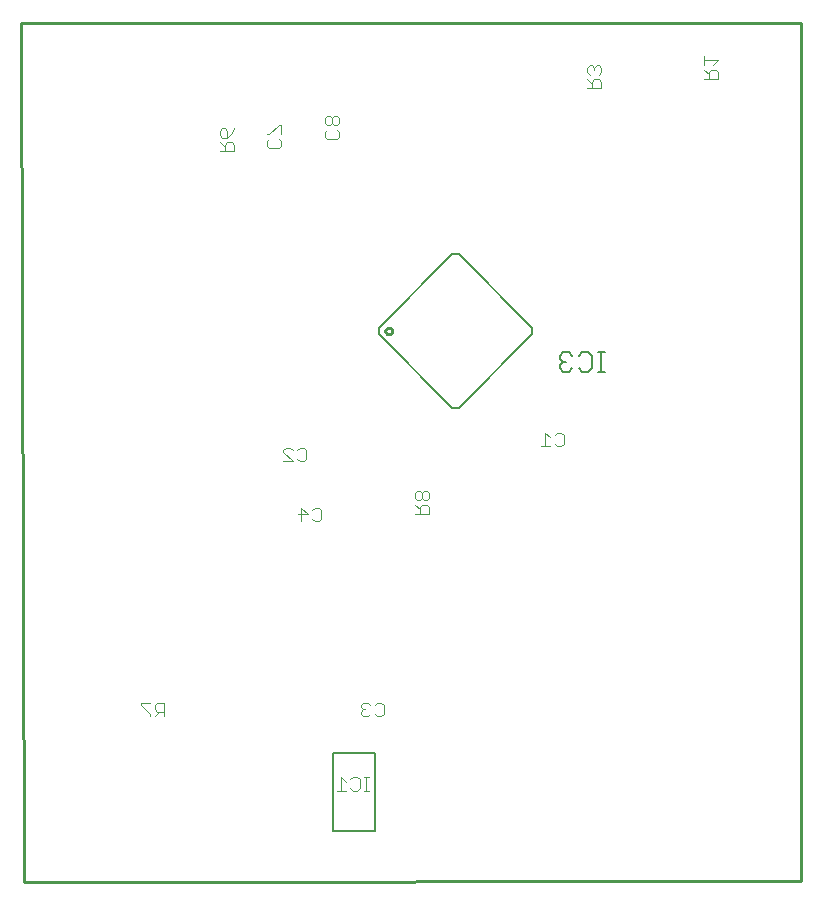
<source format=gbo>
G75*
%MOIN*%
%OFA0B0*%
%FSLAX25Y25*%
%IPPOS*%
%LPD*%
%AMOC8*
5,1,8,0,0,1.08239X$1,22.5*
%
%ADD10C,0.00000*%
%ADD11C,0.01000*%
%ADD12C,0.00800*%
%ADD13C,0.00600*%
%ADD14C,0.00400*%
D10*
X0247600Y0001984D02*
X0261600Y0002284D01*
D11*
X0002600Y0001984D02*
X0001500Y0288384D01*
X0261500Y0288384D01*
X0261600Y0002284D01*
X0002600Y0001984D01*
X0122951Y0185620D02*
X0122953Y0185687D01*
X0122959Y0185753D01*
X0122969Y0185819D01*
X0122983Y0185884D01*
X0123000Y0185948D01*
X0123022Y0186011D01*
X0123047Y0186073D01*
X0123076Y0186133D01*
X0123109Y0186191D01*
X0123144Y0186247D01*
X0123184Y0186301D01*
X0123226Y0186352D01*
X0123271Y0186401D01*
X0123319Y0186447D01*
X0123370Y0186490D01*
X0123423Y0186530D01*
X0123479Y0186567D01*
X0123537Y0186600D01*
X0123596Y0186630D01*
X0123657Y0186656D01*
X0123720Y0186679D01*
X0123784Y0186697D01*
X0123849Y0186712D01*
X0123915Y0186723D01*
X0123981Y0186730D01*
X0124047Y0186733D01*
X0124114Y0186732D01*
X0124180Y0186727D01*
X0124246Y0186718D01*
X0124312Y0186705D01*
X0124376Y0186688D01*
X0124439Y0186668D01*
X0124501Y0186643D01*
X0124562Y0186615D01*
X0124621Y0186584D01*
X0124677Y0186549D01*
X0124732Y0186511D01*
X0124784Y0186469D01*
X0124833Y0186424D01*
X0124880Y0186377D01*
X0124924Y0186327D01*
X0124964Y0186274D01*
X0125002Y0186219D01*
X0125036Y0186162D01*
X0125067Y0186103D01*
X0125094Y0186042D01*
X0125117Y0185980D01*
X0125137Y0185916D01*
X0125153Y0185851D01*
X0125165Y0185786D01*
X0125173Y0185720D01*
X0125177Y0185653D01*
X0125177Y0185587D01*
X0125173Y0185520D01*
X0125165Y0185454D01*
X0125153Y0185389D01*
X0125137Y0185324D01*
X0125117Y0185260D01*
X0125094Y0185198D01*
X0125067Y0185137D01*
X0125036Y0185078D01*
X0125002Y0185021D01*
X0124964Y0184966D01*
X0124924Y0184913D01*
X0124880Y0184863D01*
X0124833Y0184816D01*
X0124784Y0184771D01*
X0124732Y0184729D01*
X0124677Y0184691D01*
X0124620Y0184656D01*
X0124562Y0184625D01*
X0124501Y0184597D01*
X0124439Y0184572D01*
X0124376Y0184552D01*
X0124312Y0184535D01*
X0124246Y0184522D01*
X0124180Y0184513D01*
X0124114Y0184508D01*
X0124047Y0184507D01*
X0123981Y0184510D01*
X0123915Y0184517D01*
X0123849Y0184528D01*
X0123784Y0184543D01*
X0123720Y0184561D01*
X0123657Y0184584D01*
X0123596Y0184610D01*
X0123537Y0184640D01*
X0123479Y0184673D01*
X0123423Y0184710D01*
X0123370Y0184750D01*
X0123319Y0184793D01*
X0123271Y0184839D01*
X0123226Y0184888D01*
X0123184Y0184939D01*
X0123144Y0184993D01*
X0123109Y0185049D01*
X0123076Y0185107D01*
X0123047Y0185167D01*
X0123022Y0185229D01*
X0123000Y0185292D01*
X0122983Y0185356D01*
X0122969Y0185421D01*
X0122959Y0185487D01*
X0122953Y0185553D01*
X0122951Y0185620D01*
D12*
X0120724Y0186733D02*
X0120724Y0184506D01*
X0145222Y0160008D01*
X0147449Y0160008D01*
X0171947Y0184506D01*
X0171947Y0186733D01*
X0147449Y0211232D01*
X0145222Y0211232D01*
X0120724Y0186733D01*
X0119600Y0044886D02*
X0105600Y0044886D01*
X0105600Y0019083D01*
X0119600Y0019083D01*
X0119600Y0044886D01*
D13*
X0182038Y0172081D02*
X0184173Y0172081D01*
X0185241Y0173149D01*
X0187416Y0173149D02*
X0188484Y0172081D01*
X0190619Y0172081D01*
X0191687Y0173149D01*
X0191687Y0177419D01*
X0190619Y0178486D01*
X0188484Y0178486D01*
X0187416Y0177419D01*
X0185241Y0177419D02*
X0184173Y0178486D01*
X0182038Y0178486D01*
X0180971Y0177419D01*
X0180971Y0176351D01*
X0182038Y0175284D01*
X0180971Y0174216D01*
X0180971Y0173149D01*
X0182038Y0172081D01*
X0182038Y0175284D02*
X0183106Y0175284D01*
X0193848Y0178486D02*
X0195984Y0178486D01*
X0194916Y0178486D02*
X0194916Y0172081D01*
X0195984Y0172081D02*
X0193848Y0172081D01*
D14*
X0181633Y0151788D02*
X0182400Y0151021D01*
X0182400Y0147952D01*
X0181633Y0147184D01*
X0180098Y0147184D01*
X0179331Y0147952D01*
X0177796Y0147184D02*
X0174727Y0147184D01*
X0176261Y0147184D02*
X0176261Y0151788D01*
X0177796Y0150254D01*
X0179331Y0151021D02*
X0180098Y0151788D01*
X0181633Y0151788D01*
X0137404Y0131590D02*
X0137404Y0130055D01*
X0136637Y0129288D01*
X0135869Y0129288D01*
X0135102Y0130055D01*
X0135102Y0131590D01*
X0134335Y0132357D01*
X0133567Y0132357D01*
X0132800Y0131590D01*
X0132800Y0130055D01*
X0133567Y0129288D01*
X0134335Y0129288D01*
X0135102Y0130055D01*
X0135102Y0131590D02*
X0135869Y0132357D01*
X0136637Y0132357D01*
X0137404Y0131590D01*
X0136637Y0127754D02*
X0135102Y0127754D01*
X0134335Y0126986D01*
X0134335Y0124684D01*
X0134335Y0126219D02*
X0132800Y0127754D01*
X0132800Y0124684D02*
X0137404Y0124684D01*
X0137404Y0126986D01*
X0136637Y0127754D01*
X0101608Y0126021D02*
X0101608Y0122952D01*
X0100841Y0122184D01*
X0099306Y0122184D01*
X0098539Y0122952D01*
X0097004Y0124486D02*
X0093935Y0124486D01*
X0094702Y0122184D02*
X0094702Y0126788D01*
X0097004Y0124486D01*
X0098539Y0126021D02*
X0099306Y0126788D01*
X0100841Y0126788D01*
X0101608Y0126021D01*
X0095841Y0142184D02*
X0094306Y0142184D01*
X0093539Y0142952D01*
X0092004Y0142184D02*
X0088935Y0145254D01*
X0088935Y0146021D01*
X0089702Y0146788D01*
X0091237Y0146788D01*
X0092004Y0146021D01*
X0093539Y0146021D02*
X0094306Y0146788D01*
X0095841Y0146788D01*
X0096608Y0146021D01*
X0096608Y0142952D01*
X0095841Y0142184D01*
X0092004Y0142184D02*
X0088935Y0142184D01*
X0115494Y0061788D02*
X0114727Y0061021D01*
X0114727Y0060254D01*
X0115494Y0059486D01*
X0114727Y0058719D01*
X0114727Y0057952D01*
X0115494Y0057184D01*
X0117029Y0057184D01*
X0117796Y0057952D01*
X0119331Y0057952D02*
X0120098Y0057184D01*
X0121633Y0057184D01*
X0122400Y0057952D01*
X0122400Y0061021D01*
X0121633Y0061788D01*
X0120098Y0061788D01*
X0119331Y0061021D01*
X0117796Y0061021D02*
X0117029Y0061788D01*
X0115494Y0061788D01*
X0115494Y0059486D02*
X0116261Y0059486D01*
X0116633Y0036988D02*
X0116633Y0032384D01*
X0117400Y0032384D02*
X0115865Y0032384D01*
X0114331Y0033152D02*
X0113563Y0032384D01*
X0112029Y0032384D01*
X0111261Y0033152D01*
X0109727Y0032384D02*
X0106658Y0032384D01*
X0108192Y0032384D02*
X0108192Y0036988D01*
X0109727Y0035454D01*
X0111261Y0036221D02*
X0112029Y0036988D01*
X0113563Y0036988D01*
X0114331Y0036221D01*
X0114331Y0033152D01*
X0115865Y0036988D02*
X0117400Y0036988D01*
X0049108Y0057184D02*
X0049108Y0061788D01*
X0046806Y0061788D01*
X0046039Y0061021D01*
X0046039Y0059486D01*
X0046806Y0058719D01*
X0049108Y0058719D01*
X0047573Y0058719D02*
X0046039Y0057184D01*
X0044504Y0057184D02*
X0044504Y0057952D01*
X0041435Y0061021D01*
X0041435Y0061788D01*
X0044504Y0061788D01*
X0067800Y0245476D02*
X0072404Y0245476D01*
X0072404Y0247778D01*
X0071637Y0248546D01*
X0070102Y0248546D01*
X0069335Y0247778D01*
X0069335Y0245476D01*
X0069335Y0247011D02*
X0067800Y0248546D01*
X0068567Y0250080D02*
X0067800Y0250848D01*
X0067800Y0252382D01*
X0068567Y0253150D01*
X0069335Y0253150D01*
X0070102Y0252382D01*
X0070102Y0250080D01*
X0068567Y0250080D01*
X0070102Y0250080D02*
X0071637Y0251615D01*
X0072404Y0253150D01*
X0083500Y0251280D02*
X0084267Y0251280D01*
X0087337Y0254350D01*
X0088104Y0254350D01*
X0088104Y0251280D01*
X0087337Y0249746D02*
X0088104Y0248978D01*
X0088104Y0247444D01*
X0087337Y0246676D01*
X0084267Y0246676D01*
X0083500Y0247444D01*
X0083500Y0248978D01*
X0084267Y0249746D01*
X0102800Y0250352D02*
X0102800Y0251886D01*
X0103567Y0252654D01*
X0103567Y0254188D02*
X0104335Y0254188D01*
X0105102Y0254955D01*
X0105102Y0256490D01*
X0104335Y0257257D01*
X0103567Y0257257D01*
X0102800Y0256490D01*
X0102800Y0254955D01*
X0103567Y0254188D01*
X0105102Y0254955D02*
X0105869Y0254188D01*
X0106637Y0254188D01*
X0107404Y0254955D01*
X0107404Y0256490D01*
X0106637Y0257257D01*
X0105869Y0257257D01*
X0105102Y0256490D01*
X0106637Y0252654D02*
X0107404Y0251886D01*
X0107404Y0250352D01*
X0106637Y0249584D01*
X0103567Y0249584D01*
X0102800Y0250352D01*
X0190300Y0266484D02*
X0194904Y0266484D01*
X0194904Y0268786D01*
X0194137Y0269554D01*
X0192602Y0269554D01*
X0191835Y0268786D01*
X0191835Y0266484D01*
X0191835Y0268019D02*
X0190300Y0269554D01*
X0191067Y0271088D02*
X0190300Y0271855D01*
X0190300Y0273390D01*
X0191067Y0274157D01*
X0191835Y0274157D01*
X0192602Y0273390D01*
X0192602Y0272623D01*
X0192602Y0273390D02*
X0193369Y0274157D01*
X0194137Y0274157D01*
X0194904Y0273390D01*
X0194904Y0271855D01*
X0194137Y0271088D01*
X0229200Y0269684D02*
X0233804Y0269684D01*
X0233804Y0271986D01*
X0233037Y0272754D01*
X0231502Y0272754D01*
X0230735Y0271986D01*
X0230735Y0269684D01*
X0230735Y0271219D02*
X0229200Y0272754D01*
X0229200Y0274288D02*
X0229200Y0277357D01*
X0229200Y0275823D02*
X0233804Y0275823D01*
X0232269Y0274288D01*
M02*

</source>
